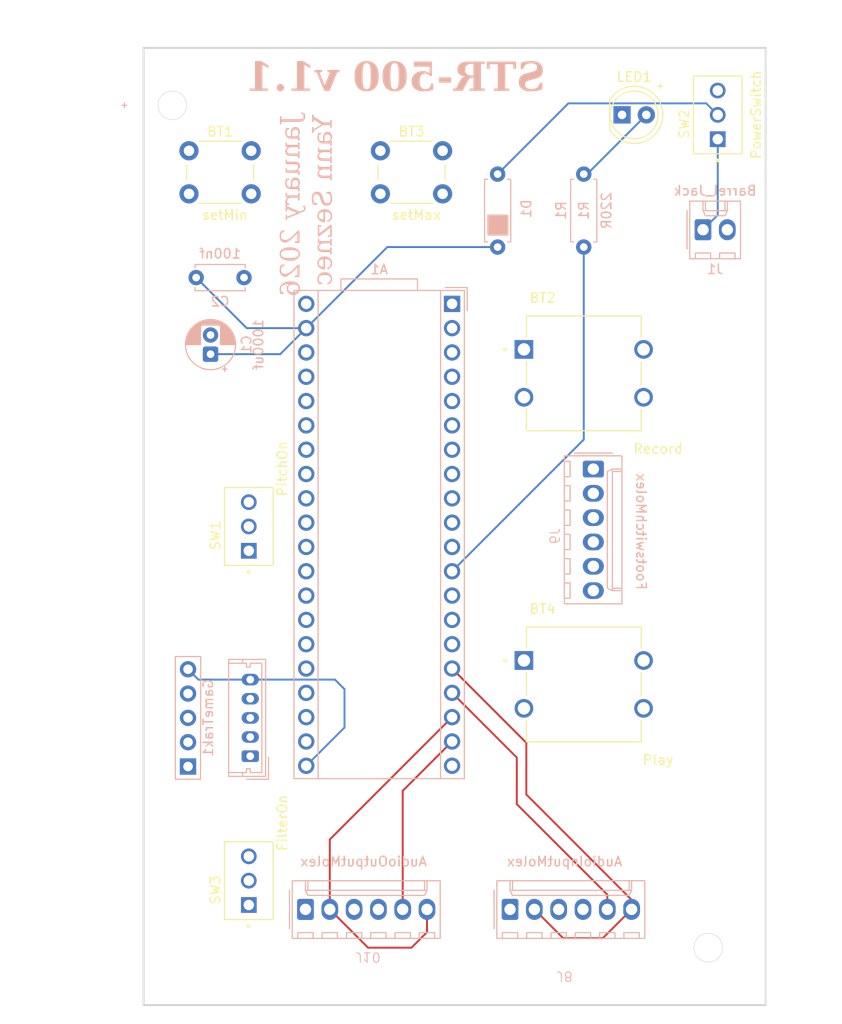
<source format=kicad_pcb>
(kicad_pcb (version 20241229) (generator "pcbnew") (generator_version "9.0")
  (layers (0 "F.Cu" signal) (4 "In1.Cu" signal) (6 "In2.Cu" signal) (2 "B.Cu" signal) (13 "F.Paste" user) (15 "B.Paste" user) (5 "F.SilkS" user "F.Silkscreen") (7 "B.SilkS" user "B.Silkscreen") (1 "F.Mask" user) (3 "B.Mask" user) (25 "Edge.Cuts" user))
  (net 0 "")
  (net 3 "/outR")
  (net 7 "/Sw2")
  (net 9 "/Pot2")
  (net 12 "GND")
  (net 13 "/Pot1")
  (net 16 "/outL")
  (net 18 "+5V")
  (net 20 "/LED")
  (net 22 "/BT3")
  (net 23 "+3.3V")
  (net 26 "/BT1")
  (net 28 "/Pot0")
  (net 30 "/inL")
  (net 31 "/Sw1")
  (net 32 "/inR")
  (net 34 "Net-(LED1-A)")
  (net 36 "/BT4")
  (net 37 "/BT2")
  (net 41 "Net-(BT4-B)")
  (net 42 "Net-(BT2-B)")
  (net 43 "Net-(SW2-A)")
  (net 44 "Net-(D1-A)")
  (footprint "yann_parts:SW_TS13-1212-73-BK-160-D" (layer "F.Cu") (at 148 104.5)
    (property "Reference" "BT4" (at -4.3 -7.885 0) (layer "F.SilkS"))
    (property "Value" "Play" (at 7.765 7.885 0) (layer "F.SilkS"))
    (fp_line (start -6 -6) (end 6 -6) (stroke (width 0.127)) (layer "F.SilkS"))
    (fp_line (start -6 -3.795) (end -6 -6) (stroke (width 0.127)) (layer "F.SilkS"))
    (fp_line (start -6 -1.205) (end -6 1.205) (stroke (width 0.127)) (layer "F.SilkS"))
    (fp_line (start -6 6) (end -6 3.795) (stroke (width 0.127)) (layer "F.SilkS"))
    (fp_line (start 6 -6) (end 6 -3.795) (stroke (width 0.127)) (layer "F.SilkS"))
    (fp_line (start 6 -1.205) (end 6 1.205) (stroke (width 0.127)) (layer "F.SilkS"))
    (fp_line (start 6 6) (end -6 6) (stroke (width 0.127)) (layer "F.SilkS"))
    (fp_line (start 6 6) (end 6 3.795) (stroke (width 0.127)) (layer "F.SilkS"))
    (fp_circle (center -8.225 -2.5) (end -8.125 -2.5) (stroke (width 0.2)) (fill no) (layer "F.SilkS"))
    (pad "1" thru_hole rect (at -6.25 -2.5) (size 1.95 1.95) (drill 1.3) (layers "*.Cu" "*.Mask") (net 12 "GND"))
    (pad "1" thru_hole circle (at 6.25 -2.5) (size 1.95 1.95) (drill 1.3) (layers "*.Cu" "*.Mask") (net 12 "GND"))
    (pad "2" thru_hole circle (at -6.25 2.5) (size 1.95 1.95) (drill 1.3) (layers "*.Cu" "*.Mask") (net 41 "Net-(BT4-B)"))
    (pad "2" thru_hole circle (at 6.25 2.5) (size 1.95 1.95) (drill 1.3) (layers "*.Cu" "*.Mask") (net 41 "Net-(BT4-B)"))
  )
  (footprint "Button_Switch_THT:SW_PUSH_6mm" (layer "F.Cu") (at 106.75 48.75)
    (property "Reference" "BT1" (at 3.25 -2 0) (layer "F.SilkS"))
    (property "Value" "setMin" (at 3.75 6.7 0) (layer "F.SilkS"))
    (fp_line (start -0.25 1.5) (end -0.25 3) (stroke (width 0.12)) (layer "F.SilkS"))
    (fp_line (start 1 5.5) (end 5.5 5.5) (stroke (width 0.12)) (layer "F.SilkS"))
    (fp_line (start 5.5 -1) (end 1 -1) (stroke (width 0.12)) (layer "F.SilkS"))
    (fp_line (start 6.75 3) (end 6.75 1.5) (stroke (width 0.12)) (layer "F.SilkS"))
    (pad "1" thru_hole circle (at 0 0 90) (size 2 2) (drill 1.1) (layers "*.Cu" "*.Mask") (net 12 "GND"))
    (pad "1" thru_hole circle (at 6.5 0 90) (size 2 2) (drill 1.1) (layers "*.Cu" "*.Mask") (net 12 "GND"))
    (pad "2" thru_hole circle (at 0 4.5 90) (size 2 2) (drill 1.1) (layers "*.Cu" "*.Mask") (net 26 "/BT1"))
    (pad "2" thru_hole circle (at 6.5 4.5 90) (size 2 2) (drill 1.1) (layers "*.Cu" "*.Mask") (net 26 "/BT1"))
  )
  (footprint "yann_parts:SW_TS13-1212-73-BK-160-D" (layer "F.Cu") (at 148 72)
    (property "Reference" "BT2" (at -4.3 -7.885 0) (layer "F.SilkS"))
    (property "Value" "Record" (at 7.765 7.885 0) (layer "F.SilkS"))
    (fp_line (start -6 -6) (end 6 -6) (stroke (width 0.127)) (layer "F.SilkS"))
    (fp_line (start -6 -3.795) (end -6 -6) (stroke (width 0.127)) (layer "F.SilkS"))
    (fp_line (start -6 -1.205) (end -6 1.205) (stroke (width 0.127)) (layer "F.SilkS"))
    (fp_line (start -6 6) (end -6 3.795) (stroke (width 0.127)) (layer "F.SilkS"))
    (fp_line (start 6 -6) (end 6 -3.795) (stroke (width 0.127)) (layer "F.SilkS"))
    (fp_line (start 6 -1.205) (end 6 1.205) (stroke (width 0.127)) (layer "F.SilkS"))
    (fp_line (start 6 6) (end -6 6) (stroke (width 0.127)) (layer "F.SilkS"))
    (fp_line (start 6 6) (end 6 3.795) (stroke (width 0.127)) (layer "F.SilkS"))
    (fp_circle (center -8.225 -2.5) (end -8.125 -2.5) (stroke (width 0.2)) (fill no) (layer "F.SilkS"))
    (pad "1" thru_hole rect (at -6.25 -2.5) (size 1.95 1.95) (drill 1.3) (layers "*.Cu" "*.Mask") (net 12 "GND"))
    (pad "1" thru_hole circle (at 6.25 -2.5) (size 1.95 1.95) (drill 1.3) (layers "*.Cu" "*.Mask") (net 12 "GND"))
    (pad "2" thru_hole circle (at -6.25 2.5) (size 1.95 1.95) (drill 1.3) (layers "*.Cu" "*.Mask") (net 42 "Net-(BT2-B)"))
    (pad "2" thru_hole circle (at 6.25 2.5) (size 1.95 1.95) (drill 1.3) (layers "*.Cu" "*.Mask") (net 42 "Net-(BT2-B)"))
  )
  (footprint "yann_parts:submini_toggle" (layer "F.Cu") (at 162 45 90)
    (property "Reference" "SW2" (at -0.9525 -3.4925 90) (layer "F.SilkS"))
    (property "Value" "PowerSwitch" (at 0 4 90) (layer "F.SilkS"))
    (fp_line (start 4.065 -2.54) (end -4.065 -2.54) (stroke (width 0.127)) (layer "F.SilkS"))
    (fp_line (start -4.065 -2.54) (end -4.065 2.54) (stroke (width 0.127)) (layer "F.SilkS"))
    (fp_line (start 4.065 2.54) (end 4.065 -2.54) (stroke (width 0.127)) (layer "F.SilkS"))
    (fp_line (start -4.065 2.54) (end 4.065 2.54) (stroke (width 0.127)) (layer "F.SilkS"))
    (fp_circle (center -4.75 0) (end -4.65 0) (stroke (width 0.2)) (fill no) (layer "F.SilkS"))
    (pad "1" thru_hole rect (at -2.54 0 90) (size 1.635 1.635) (drill 1.09) (layers "*.Cu" "*.Mask") (net 43 "Net-(SW2-A)"))
    (pad "2" thru_hole circle (at 0 0 90) (size 1.635 1.635) (drill 1.09) (layers "*.Cu" "*.Mask") (net 44 "Net-(D1-A)"))
    (pad "3" thru_hole circle (at 2.54 0 90) (size 1.635 1.635) (drill 1.09) (layers "*.Cu" "*.Mask"))
  )
  (footprint "yann_parts:submini_toggle" (layer "F.Cu") (at 113 125 90)
    (property "Reference" "SW3" (at -0.9525 -3.4925 90) (layer "F.SilkS"))
    (property "Value" "FilterOn" (at 6.0325 3.4925 90) (layer "F.SilkS"))
    (fp_line (start 4.065 -2.54) (end -4.065 -2.54) (stroke (width 0.127)) (layer "F.SilkS"))
    (fp_line (start -4.065 -2.54) (end -4.065 2.54) (stroke (width 0.127)) (layer "F.SilkS"))
    (fp_line (start 4.065 2.54) (end 4.065 -2.54) (stroke (width 0.127)) (layer "F.SilkS"))
    (fp_line (start -4.065 2.54) (end 4.065 2.54) (stroke (width 0.127)) (layer "F.SilkS"))
    (fp_circle (center -4.75 0) (end -4.65 0) (stroke (width 0.2)) (fill no) (layer "F.SilkS"))
    (pad "1" thru_hole rect (at -2.54 0 90) (size 1.635 1.635) (drill 1.09) (layers "*.Cu" "*.Mask") (net 12 "GND"))
    (pad "2" thru_hole circle (at 0 0 90) (size 1.635 1.635) (drill 1.09) (layers "*.Cu" "*.Mask") (net 7 "/Sw2"))
    (pad "3" thru_hole circle (at 2.54 0 90) (size 1.635 1.635) (drill 1.09) (layers "*.Cu" "*.Mask"))
  )
  (footprint "yann_parts:submini_toggle" (layer "F.Cu") (at 113 88 90)
    (property "Reference" "SW1" (at -0.9525 -3.4925 90) (layer "F.SilkS"))
    (property "Value" "PitchOn" (at 6.0325 3.4925 90) (layer "F.SilkS"))
    (fp_line (start 4.065 -2.54) (end -4.065 -2.54) (stroke (width 0.127)) (layer "F.SilkS"))
    (fp_line (start -4.065 -2.54) (end -4.065 2.54) (stroke (width 0.127)) (layer "F.SilkS"))
    (fp_line (start 4.065 2.54) (end 4.065 -2.54) (stroke (width 0.127)) (layer "F.SilkS"))
    (fp_line (start -4.065 2.54) (end 4.065 2.54) (stroke (width 0.127)) (layer "F.SilkS"))
    (fp_circle (center -4.75 0) (end -4.65 0) (stroke (width 0.2)) (fill no) (layer "F.SilkS"))
    (pad "1" thru_hole rect (at -2.54 0 90) (size 1.635 1.635) (drill 1.09) (layers "*.Cu" "*.Mask") (net 12 "GND"))
    (pad "2" thru_hole circle (at 0 0 90) (size 1.635 1.635) (drill 1.09) (layers "*.Cu" "*.Mask") (net 31 "/Sw1"))
    (pad "3" thru_hole circle (at 2.54 0 90) (size 1.635 1.635) (drill 1.09) (layers "*.Cu" "*.Mask"))
  )
  (footprint "Button_Switch_THT:SW_PUSH_6mm" (layer "F.Cu") (at 126.75 48.75)
    (property "Reference" "BT3" (at 3.25 -2 0) (layer "F.SilkS"))
    (property "Value" "setMax" (at 3.75 6.7 0) (layer "F.SilkS"))
    (fp_line (start -0.25 1.5) (end -0.25 3) (stroke (width 0.12)) (layer "F.SilkS"))
    (fp_line (start 1 5.5) (end 5.5 5.5) (stroke (width 0.12)) (layer "F.SilkS"))
    (fp_line (start 5.5 -1) (end 1 -1) (stroke (width 0.12)) (layer "F.SilkS"))
    (fp_line (start 6.75 3) (end 6.75 1.5) (stroke (width 0.12)) (layer "F.SilkS"))
    (pad "1" thru_hole circle (at 0 0 90) (size 2 2) (drill 1.1) (layers "*.Cu" "*.Mask") (net 12 "GND"))
    (pad "1" thru_hole circle (at 6.5 0 90) (size 2 2) (drill 1.1) (layers "*.Cu" "*.Mask") (net 12 "GND"))
    (pad "2" thru_hole circle (at 0 4.5 90) (size 2 2) (drill 1.1) (layers "*.Cu" "*.Mask") (net 37 "/BT2"))
    (pad "2" thru_hole circle (at 6.5 4.5 90) (size 2 2) (drill 1.1) (layers "*.Cu" "*.Mask") (net 37 "/BT2"))
  )
  (footprint "clipboard:a36357a7-3174-4c2f-92e9-52669287040d" (layer "F.Cu") (at 156 42)
    (property "Reference" "" (at 0 0 0) (layer "F.SilkS") (effects (font (size 1.27 1.27))))
    (property "Value" "")
    (fp_line (start -0.25 0) (end 0.25 0) (stroke (width 0.12)) (layer "F.SilkS"))
    (fp_line (start 0 -0.25) (end 0 0.25) (stroke (width 0.12)) (layer "F.SilkS"))
  )
  (footprint "LED_THT:LED_D5.0mm" (layer "F.Cu") (at 152 45)
    (property "Reference" "LED1" (at 1.27 -3.96 0) (layer "F.SilkS"))
    (property "Value" "LED")
    (fp_line (start -1.29 -1.545) (end -1.29 1.545) (stroke (width 0.12)) (layer "F.SilkS"))
    (fp_arc (start -1.29 -1.54483) (mid 2.071779 -2.880495) (end 4.26 0) (stroke (width 0.12)) (layer "F.SilkS"))
    (fp_arc (start 4.26 0) (mid 2.071779 2.880495) (end -1.29 1.54483) (stroke (width 0.12)) (layer "F.SilkS"))
    (fp_circle (center 1.27 0) (end 3.77 0) (stroke (width 0.12)) (fill no) (layer "F.SilkS"))
    (pad "1" thru_hole rect (at 0 0) (size 1.8 1.8) (drill 0.9) (layers "*.Cu" "*.Mask") (net 12 "GND"))
    (pad "2" thru_hole circle (at 2.54 0) (size 1.8 1.8) (drill 0.9) (layers "*.Cu" "*.Mask") (net 34 "Net-(LED1-A)"))
  )
  (footprint "clipboard:a36357a7-3174-4c2f-92e9-52669287040d" (layer "B.Cu") (at 100 44)
    (property "Reference" "" (at 0 0 180) (layer "B.SilkS") (effects (font (size 1.27 1.27)) (justify mirror)))
    (property "Value" "")
    (fp_line (start -0.25 0) (end 0.25 0) (stroke (width 0.12)) (layer "B.SilkS"))
    (fp_line (start 0 0.25) (end 0 -0.25) (stroke (width 0.12)) (layer "B.SilkS"))
  )
  (footprint "Capacitor_THT:C_Disc_D5.0mm_W2.5mm_P5.00mm" (layer "B.Cu") (at 107.5 62)
    (property "Reference" "C2" (at 2.5 2.5 180) (layer "B.SilkS") (effects (justify mirror)))
    (property "Value" "100nf" (at 2.5 -2.5 180) (layer "B.SilkS") (effects (justify mirror)))
    (fp_line (start -0.12 -1.37) (end -0.12 -1.033) (stroke (width 0.12)) (layer "B.SilkS"))
    (fp_line (start -0.12 1.033) (end -0.12 1.37) (stroke (width 0.12)) (layer "B.SilkS"))
    (fp_line (start -0.12 1.37) (end 5.12 1.37) (stroke (width 0.12)) (layer "B.SilkS"))
    (fp_line (start 5.12 -1.37) (end -0.12 -1.37) (stroke (width 0.12)) (layer "B.SilkS"))
    (fp_line (start 5.12 -1.033) (end 5.12 -1.37) (stroke (width 0.12)) (layer "B.SilkS"))
    (fp_line (start 5.12 1.37) (end 5.12 1.033) (stroke (width 0.12)) (layer "B.SilkS"))
    (pad "1" thru_hole circle (at 0 0) (size 1.6 1.6) (drill 0.8) (layers "*.Cu" "*.Mask") (net 18 "+5V"))
    (pad "2" thru_hole circle (at 5 0) (size 1.6 1.6) (drill 0.8) (layers "*.Cu" "*.Mask") (net 12 "GND"))
  )
  (footprint "yann_parts:Molex_sixpin_twoJacks" (layer "B.Cu") (at 126.89 137.12)
    (property "Reference" "J10" (at -1.43 -4.12 180) (layer "B.SilkS") (effects (font (thickness 0.1)) (justify mirror)))
    (property "Value" "AudioOutputMolex" (at -1.89 -14.12 0) (layer "B.SilkS") (effects (justify mirror)))
    (fp_line (start -9.64 -7.12) (end -9.64 -11.12) (stroke (width 0.12)) (layer "B.SilkS"))
    (fp_line (start -9.35 -12.11) (end 6.11 -12.11) (stroke (width 0.12)) (layer "B.SilkS"))
    (fp_line (start -9.35 -6.09) (end -9.35 -12.11) (stroke (width 0.12)) (layer "B.SilkS"))
    (fp_line (start -8.77 -6.69) (end -7.17 -6.69) (stroke (width 0.12)) (layer "B.SilkS"))
    (fp_line (start -8.77 -6.09) (end -8.77 -6.69) (stroke (width 0.12)) (layer "B.SilkS"))
    (fp_line (start -7.97 -12.11) (end -7.97 -11.11) (stroke (width 0.12)) (layer "B.SilkS"))
    (fp_line (start -7.97 -11.11) (end -7.72 -10.58) (stroke (width 0.12)) (layer "B.SilkS"))
    (fp_line (start -7.97 -11.11) (end 4.73 -11.11) (stroke (width 0.12)) (layer "B.SilkS"))
    (fp_line (start -7.72 -12.11) (end -7.72 -11.11) (stroke (width 0.12)) (layer "B.SilkS"))
    (fp_line (start -7.72 -10.58) (end 4.48 -10.58) (stroke (width 0.12)) (layer "B.SilkS"))
    (fp_line (start -7.17 -6.69) (end -7.17 -6.09) (stroke (width 0.12)) (layer "B.SilkS"))
    (fp_line (start -6.23 -6.69) (end -4.63 -6.69) (stroke (width 0.12)) (layer "B.SilkS"))
    (fp_line (start -6.23 -6.09) (end -6.23 -6.69) (stroke (width 0.12)) (layer "B.SilkS"))
    (fp_line (start -4.63 -6.69) (end -4.63 -6.09) (stroke (width 0.12)) (layer "B.SilkS"))
    (fp_line (start -3.69 -6.69) (end -2.09 -6.69) (stroke (width 0.12)) (layer "B.SilkS"))
    (fp_line (start -3.69 -6.09) (end -3.69 -6.69) (stroke (width 0.12)) (layer "B.SilkS"))
    (fp_line (start -2.09 -6.69) (end -2.09 -6.09) (stroke (width 0.12)) (layer "B.SilkS"))
    (fp_line (start -1.15 -6.69) (end 0.45 -6.69) (stroke (width 0.12)) (layer "B.SilkS"))
    (fp_line (start -1.15 -6.09) (end -1.15 -6.69) (stroke (width 0.12)) (layer "B.SilkS"))
    (fp_line (start 0.45 -6.69) (end 0.45 -6.09) (stroke (width 0.12)) (layer "B.SilkS"))
    (fp_line (start 1.39 -6.69) (end 2.99 -6.69) (stroke (width 0.12)) (layer "B.SilkS"))
    (fp_line (start 1.39 -6.09) (end 1.39 -6.69) (stroke (width 0.12)) (layer "B.SilkS"))
    (fp_line (start 2.99 -6.69) (end 2.99 -6.09) (stroke (width 0.12)) (layer "B.SilkS"))
    (fp_line (start 3.93 -6.69) (end 5.53 -6.69) (stroke (width 0.12)) (layer "B.SilkS"))
    (fp_line (start 3.93 -6.09) (end 3.93 -6.69) (stroke (width 0.12)) (layer "B.SilkS"))
    (fp_line (start 4.48 -12.11) (end 4.48 -11.11) (stroke (width 0.12)) (layer "B.SilkS"))
    (fp_line (start 4.48 -10.58) (end 4.73 -11.11) (stroke (width 0.12)) (layer "B.SilkS"))
    (fp_line (start 4.73 -11.11) (end 4.73 -12.11) (stroke (width 0.12)) (layer "B.SilkS"))
    (fp_line (start 5.53 -6.69) (end 5.53 -6.09) (stroke (width 0.12)) (layer "B.SilkS"))
    (fp_line (start 6.11 -12.11) (end 6.11 -6.09) (stroke (width 0.12)) (layer "B.SilkS"))
    (fp_line (start 6.11 -6.09) (end -9.35 -6.09) (stroke (width 0.12)) (layer "B.SilkS"))
    (pad "S1" thru_hole roundrect (at -7.97 -9.12) (size 1.74 2.19) (drill 1.19) (layers "*.Cu" "*.Mask") (roundrect_rratio 0.143678) (net 12 "GND"))
    (pad "S2" thru_hole oval (at -0.35 -9.12) (size 1.74 2.19) (drill 1.19) (layers "*.Cu" "*.Mask") (net 12 "GND"))
    (pad "T1" thru_hole oval (at -5.43 -9.12) (size 1.74 2.19) (drill 1.19) (layers "*.Cu" "*.Mask") (net 16 "/outL"))
    (pad "T2" thru_hole oval (at 2.19 -9.12) (size 1.74 2.19) (drill 1.19) (layers "*.Cu" "*.Mask") (net 3 "/outR"))
    (pad "TN1" thru_hole oval (at -2.89 -9.12) (size 1.74 2.19) (drill 1.19) (layers "*.Cu" "*.Mask"))
    (pad "TN2" thru_hole oval (at 4.73 -9.12) (size 1.74 2.19) (drill 1.19) (layers "*.Cu" "*.Mask") (net 16 "/outL"))
  )
  (footprint "Resistor_THT:R_Axial_DIN0207_L6.3mm_D2.5mm_P7.62mm_Horizontal" (layer "B.Cu") (at 148 51.19 -90)
    (property "Reference" "R1" (at 3.81 2.37 90) (layer "B.SilkS") (effects (justify mirror)))
    (property "Value" "220R" (at 3.81 -2.37 90) (layer "B.SilkS") (effects (justify mirror)))
    (fp_line (start 0.54 1.37) (end 7.08 1.37) (stroke (width 0.12)) (layer "B.SilkS"))
    (fp_line (start 7.08 1.37) (end 7.08 1.04) (stroke (width 0.12)) (layer "B.SilkS"))
    (fp_line (start 0.54 1.04) (end 0.54 1.37) (stroke (width 0.12)) (layer "B.SilkS"))
    (fp_line (start 0.54 -1.04) (end 0.54 -1.37) (stroke (width 0.12)) (layer "B.SilkS"))
    (fp_line (start 0.54 -1.37) (end 7.08 -1.37) (stroke (width 0.12)) (layer "B.SilkS"))
    (fp_line (start 7.08 -1.37) (end 7.08 -1.04) (stroke (width 0.12)) (layer "B.SilkS"))
    (fp_text user "${REFERENCE}" (at 3.81 0 90) (layer "B.SilkS") (effects (justify mirror)))
    (pad "1" thru_hole circle (at 0 0 270) (size 1.6 1.6) (drill 0.8) (layers "*.Cu" "*.Mask") (net 34 "Net-(LED1-A)"))
    (pad "2" thru_hole circle (at 7.62 0 270) (size 1.6 1.6) (drill 0.8) (layers "*.Cu" "*.Mask") (net 20 "/LED"))
  )
  (footprint "Module:Electrosmith_Daisy_Seed" (layer "B.Cu") (at 134.24 64.74 180)
    (property "Reference" "A1" (at 7.62 3.6 0) (layer "B.SilkS") (effects (justify mirror)))
    (property "Value" "Electrosmith_Daisy_Seed_Rev4")
    (fp_line (start 16.52 1.4) (end 16.52 -49.6) (stroke (width 0.12)) (layer "B.SilkS"))
    (fp_line (start 16.52 -49.6) (end -1.28 -49.6) (stroke (width 0.12)) (layer "B.SilkS"))
    (fp_line (start 14 1.4) (end 14 -49.6) (stroke (width 0.12)) (layer "B.SilkS"))
    (fp_line (start 11.62 2.6) (end 11.62 1.4) (stroke (width 0.12)) (layer "B.SilkS"))
    (fp_line (start 3.62 2.6) (end 11.62 2.6) (stroke (width 0.12)) (layer "B.SilkS"))
    (fp_line (start 3.62 1.4) (end 3.62 2.6) (stroke (width 0.12)) (layer "B.SilkS"))
    (fp_line (start 1.2 1.4) (end 1.2 -49.6) (stroke (width 0.12)) (layer "B.SilkS"))
    (fp_line (start 0.72 1.7) (end -1.58 1.7) (stroke (width 0.12)) (layer "B.SilkS"))
    (fp_line (start -1.28 1.4) (end 16.52 1.4) (stroke (width 0.12)) (layer "B.SilkS"))
    (fp_line (start -1.28 -49.6) (end -1.28 1.4) (stroke (width 0.12)) (layer "B.SilkS"))
    (fp_line (start -1.58 1.7) (end -1.58 -0.7) (stroke (width 0.12)) (layer "B.SilkS"))
    (pad "1" thru_hole rect (at 0 0 180) (size 1.7 1.7) (drill 1.1) (layers "*.Cu" "*.Mask"))
    (pad "2" thru_hole circle (at 0 -2.54 180) (size 1.7 1.7) (drill 1.1) (layers "*.Cu" "*.Mask") (net 31 "/Sw1"))
    (pad "3" thru_hole circle (at 0 -5.08 180) (size 1.7 1.7) (drill 1.1) (layers "*.Cu" "*.Mask") (net 7 "/Sw2"))
    (pad "4" thru_hole circle (at 0 -7.62 180) (size 1.7 1.7) (drill 1.1) (layers "*.Cu" "*.Mask") (net 26 "/BT1"))
    (pad "5" thru_hole circle (at 0 -10.16 180) (size 1.7 1.7) (drill 1.1) (layers "*.Cu" "*.Mask") (net 37 "/BT2"))
    (pad "6" thru_hole circle (at 0 -12.7 180) (size 1.7 1.7) (drill 1.1) (layers "*.Cu" "*.Mask") (net 22 "/BT3"))
    (pad "7" thru_hole circle (at 0 -15.24 180) (size 1.7 1.7) (drill 1.1) (layers "*.Cu" "*.Mask") (net 36 "/BT4"))
    (pad "8" thru_hole circle (at 0 -17.78 180) (size 1.7 1.7) (drill 1.1) (layers "*.Cu" "*.Mask"))
    (pad "9" thru_hole circle (at 0 -20.32 180) (size 1.7 1.7) (drill 1.1) (layers "*.Cu" "*.Mask"))
    (pad "10" thru_hole circle (at 0 -22.86 180) (size 1.7 1.7) (drill 1.1) (layers "*.Cu" "*.Mask"))
    (pad "11" thru_hole circle (at 0 -25.4 180) (size 1.7 1.7) (drill 1.1) (layers "*.Cu" "*.Mask"))
    (pad "12" thru_hole circle (at 0 -27.94 180) (size 1.7 1.7) (drill 1.1) (layers "*.Cu" "*.Mask") (net 20 "/LED"))
    (pad "13" thru_hole circle (at 0 -30.48 180) (size 1.7 1.7) (drill 1.1) (layers "*.Cu" "*.Mask"))
    (pad "14" thru_hole circle (at 0 -33.02 180) (size 1.7 1.7) (drill 1.1) (layers "*.Cu" "*.Mask"))
    (pad "15" thru_hole circle (at 0 -35.56 180) (size 1.7 1.7) (drill 1.1) (layers "*.Cu" "*.Mask"))
    (pad "16" thru_hole circle (at 0 -38.1 180) (size 1.7 1.7) (drill 1.1) (layers "*.Cu" "*.Mask") (net 30 "/inL"))
    (pad "17" thru_hole circle (at 0 -40.64 180) (size 1.7 1.7) (drill 1.1) (layers "*.Cu" "*.Mask") (net 32 "/inR"))
    (pad "18" thru_hole circle (at 0 -43.18 180) (size 1.7 1.7) (drill 1.1) (layers "*.Cu" "*.Mask") (net 16 "/outL"))
    (pad "19" thru_hole circle (at 0 -45.72 180) (size 1.7 1.7) (drill 1.1) (layers "*.Cu" "*.Mask") (net 3 "/outR"))
    (pad "20" thru_hole circle (at 0 -48.26 180) (size 1.7 1.7) (drill 1.1) (layers "*.Cu" "*.Mask") (net 12 "GND"))
    (pad "21" thru_hole circle (at 15.24 -48.26 180) (size 1.7 1.7) (drill 1.1) (layers "*.Cu" "*.Mask") (net 23 "+3.3V"))
    (pad "22" thru_hole circle (at 15.24 -45.72 180) (size 1.7 1.7) (drill 1.1) (layers "*.Cu" "*.Mask") (net 28 "/Pot0"))
    (pad "23" thru_hole circle (at 15.24 -43.18 180) (size 1.7 1.7) (drill 1.1) (layers "*.Cu" "*.Mask") (net 13 "/Pot1"))
    (pad "24" thru_hole circle (at 15.24 -40.64 180) (size 1.7 1.7) (drill 1.1) (layers "*.Cu" "*.Mask") (net 9 "/Pot2"))
    (pad "25" thru_hole circle (at 15.24 -38.1 180) (size 1.7 1.7) (drill 1.1) (layers "*.Cu" "*.Mask"))
    (pad "26" thru_hole circle (at 15.24 -35.56 180) (size 1.7 1.7) (drill 1.1) (layers "*.Cu" "*.Mask"))
    (pad "27" thru_hole circle (at 15.24 -33.02 180) (size 1.7 1.7) (drill 1.1) (layers "*.Cu" "*.Mask"))
    (pad "28" thru_hole circle (at 15.24 -30.48 180) (size 1.7 1.7) (drill 1.1) (layers "*.Cu" "*.Mask"))
    (pad "29" thru_hole circle (at 15.24 -27.94 180) (size 1.7 1.7) (drill 1.1) (layers "*.Cu" "*.Mask"))
    (pad "30" thru_hole circle (at 15.24 -25.4 180) (size 1.7 1.7) (drill 1.1) (layers "*.Cu" "*.Mask"))
    (pad "31" thru_hole circle (at 15.24 -22.86 180) (size 1.7 1.7) (drill 1.1) (layers "*.Cu" "*.Mask"))
    (pad "32" thru_hole circle (at 15.24 -20.32 180) (size 1.7 1.7) (drill 1.1) (layers "*.Cu" "*.Mask"))
    (pad "33" thru_hole circle (at 15.24 -17.78 180) (size 1.7 1.7) (drill 1.1) (layers "*.Cu" "*.Mask"))
    (pad "34" thru_hole circle (at 15.24 -15.24 180) (size 1.7 1.7) (drill 1.1) (layers "*.Cu" "*.Mask"))
    (pad "35" thru_hole circle (at 15.24 -12.7 180) (size 1.7 1.7) (drill 1.1) (layers "*.Cu" "*.Mask"))
    (pad "36" thru_hole circle (at 15.24 -10.16 180) (size 1.7 1.7) (drill 1.1) (layers "*.Cu" "*.Mask"))
    (pad "37" thru_hole circle (at 15.24 -7.62 180) (size 1.7 1.7) (drill 1.1) (layers "*.Cu" "*.Mask"))
    (pad "38" thru_hole circle (at 15.24 -5.08 180) (size 1.7 1.7) (drill 1.1) (layers "*.Cu" "*.Mask"))
    (pad "39" thru_hole circle (at 15.24 -2.54 180) (size 1.7 1.7) (drill 1.1) (layers "*.Cu" "*.Mask") (net 18 "+5V"))
    (pad "40" thru_hole circle (at 15.24 0 180) (size 1.7 1.7) (drill 1.1) (layers "*.Cu" "*.Mask") (net 12 "GND"))
  )
  (footprint "Capacitor_THT:CP_Radial_D5.0mm_P2.00mm" (layer "B.Cu") (at 109 70 90)
    (property "Reference" "C1" (at 1 3.75 90) (layer "B.SilkS") (effects (justify mirror)))
    (property "Value" "1000uf" (at 1 5 90) (layer "B.SilkS") (effects (justify mirror)))
    (fp_line (start 3 -1.04) (end 3 -1.652) (stroke (width 0.12)) (layer "B.SilkS"))
    (fp_line (start 2.96 -1.04) (end 2.96 -1.699) (stroke (width 0.12)) (layer "B.SilkS"))
    (fp_line (start 2.92 -1.04) (end 2.92 -1.743) (stroke (width 0.12)) (layer "B.SilkS"))
    (fp_line (start 2.88 -1.04) (end 2.88 -1.785) (stroke (width 0.12)) (layer "B.SilkS"))
    (fp_line (start 2.84 -1.04) (end 2.84 -1.825) (stroke (width 0.12)) (layer "B.SilkS"))
    (fp_line (start 2.8 -1.04) (end 2.8 -1.864) (stroke (width 0.12)) (layer "B.SilkS"))
    (fp_line (start 2.76 -1.04) (end 2.76 -1.901) (stroke (width 0.12)) (layer "B.SilkS"))
    (fp_line (start 2.72 -1.04) (end 2.72 -1.936) (stroke (width 0.12)) (layer "B.SilkS"))
    (fp_line (start 2.68 -1.04) (end 2.68 -1.97) (stroke (width 0.12)) (layer "B.SilkS"))
    (fp_line (start 2.64 -1.04) (end 2.64 -2.003) (stroke (width 0.12)) (layer "B.SilkS"))
    (fp_line (start 2.6 -1.04) (end 2.6 -2.035) (stroke (width 0.12)) (layer "B.SilkS"))
    (fp_line (start 2.56 -1.04) (end 2.56 -2.065) (stroke (width 0.12)) (layer "B.SilkS"))
    (fp_line (start 2.52 -1.04) (end 2.52 -2.094) (stroke (width 0.12)) (layer "B.SilkS"))
    (fp_line (start 2.48 -1.04) (end 2.48 -2.122) (stroke (width 0.12)) (layer "B.SilkS"))
    (fp_line (start 2.44 -1.04) (end 2.44 -2.149) (stroke (width 0.12)) (layer "B.SilkS"))
    (fp_line (start 2.4 -1.04) (end 2.4 -2.175) (stroke (width 0.12)) (layer "B.SilkS"))
    (fp_line (start 2.36 -1.04) (end 2.36 -2.199) (stroke (width 0.12)) (layer "B.SilkS"))
    (fp_line (start 2.32 -1.04) (end 2.32 -2.223) (stroke (width 0.12)) (layer "B.SilkS"))
    (fp_line (start 2.28 -1.04) (end 2.28 -2.246) (stroke (width 0.12)) (layer "B.SilkS"))
    (fp_line (start 2.24 -1.04) (end 2.24 -2.268) (stroke (width 0.12)) (layer "B.SilkS"))
    (fp_line (start 2.2 -1.04) (end 2.2 -2.289) (stroke (width 0.12)) (layer "B.SilkS"))
    (fp_line (start 2.16 -1.04) (end 2.16 -2.309) (stroke (width 0.12)) (layer "B.SilkS"))
    (fp_line (start 2.12 -1.04) (end 2.12 -2.329) (stroke (width 0.12)) (layer "B.SilkS"))
    (fp_line (start 2.08 -1.04) (end 2.08 -2.347) (stroke (width 0.12)) (layer "B.SilkS"))
    (fp_line (start 2.04 -1.04) (end 2.04 -2.365) (stroke (width 0.12)) (layer "B.SilkS"))
    (fp_line (start 2 -1.04) (end 2 -2.382) (stroke (width 0.12)) (layer "B.SilkS"))
    (fp_line (start 1.96 -1.04) (end 1.96 -2.398) (stroke (width 0.12)) (layer "B.SilkS"))
    (fp_line (start 1.92 -1.04) (end 1.92 -2.413) (stroke (width 0.12)) (layer "B.SilkS"))
    (fp_line (start 1.88 -1.04) (end 1.88 -2.428) (stroke (width 0.12)) (layer "B.SilkS"))
    (fp_line (start 1.84 -1.04) (end 1.84 -2.442) (stroke (width 0.12)) (layer "B.SilkS"))
    (fp_line (start 1.8 -1.04) (end 1.8 -2.455) (stroke (width 0.12)) (layer "B.SilkS"))
    (fp_line (start 1.76 -1.04) (end 1.76 -2.467) (stroke (width 0.12)) (layer "B.SilkS"))
    (fp_line (start 1.72 -1.04) (end 1.72 -2.479) (stroke (width 0.12)) (layer "B.SilkS"))
    (fp_line (start 1.68 -1.04) (end 1.68 -2.49) (stroke (width 0.12)) (layer "B.SilkS"))
    (fp_line (start 1.64 -1.04) (end 1.64 -2.501) (stroke (width 0.12)) (layer "B.SilkS"))
    (fp_line (start 1.6 -1.04) (end 1.6 -2.51) (stroke (width 0.12)) (layer "B.SilkS"))
    (fp_line (start 1.56 -1.04) (end 1.56 -2.519) (stroke (width 0.12)) (layer "B.SilkS"))
    (fp_line (start 1.52 -1.04) (end 1.52 -2.528) (stroke (width 0.12)) (layer "B.SilkS"))
    (fp_line (start 1.48 -1.04) (end 1.48 -2.536) (stroke (width 0.12)) (layer "B.SilkS"))
    (fp_line (start 1.44 -1.04) (end 1.44 -2.543) (stroke (width 0.12)) (layer "B.SilkS"))
    (fp_line (start 1.4 -1.04) (end 1.4 -2.549) (stroke (width 0.12)) (layer "B.SilkS"))
    (fp_line (start 1.36 -1.04) (end 1.36 -2.555) (stroke (width 0.12)) (layer "B.SilkS"))
    (fp_line (start 1.32 -1.04) (end 1.32 -2.56) (stroke (width 0.12)) (layer "B.SilkS"))
    (fp_line (start 1.28 -1.04) (end 1.28 -2.565) (stroke (width 0.12)) (layer "B.SilkS"))
    (fp_line (start 1.24 -1.04) (end 1.24 -2.569) (stroke (width 0.12)) (layer "B.SilkS"))
    (fp_line (start 1.2 -1.04) (end 1.2 -2.572) (stroke (width 0.12)) (layer "B.SilkS"))
    (fp_line (start 1.16 -1.04) (end 1.16 -2.575) (stroke (width 0.12)) (layer "B.SilkS"))
    (fp_line (start 1.12 -1.04) (end 1.12 -2.577) (stroke (width 0.12)) (layer "B.SilkS"))
    (fp_line (start 1.08 -1.04) (end 1.08 -2.579) (stroke (width 0.12)) (layer "B.SilkS"))
    (fp_line (start 1.04 -1.04) (end 1.04 -2.58) (stroke (width 0.12)) (layer "B.SilkS"))
    (fp_line (start 1 -1.04) (end 1 -2.58) (stroke (width 0.12)) (layer "B.SilkS"))
    (fp_line (start 3.6 0.283) (end 3.6 -0.283) (stroke (width 0.12)) (layer "B.SilkS"))
    (fp_line (start 3.56 0.517) (end 3.56 -0.517) (stroke (width 0.12)) (layer "B.SilkS"))
    (fp_line (start 3.52 0.677) (end 3.52 -0.677) (stroke (width 0.12)) (layer "B.SilkS"))
    (fp_line (start 3.48 0.805) (end 3.48 -0.805) (stroke (width 0.12)) (layer "B.SilkS"))
    (fp_line (start 3.44 0.914) (end 3.44 -0.914) (stroke (width 0.12)) (layer "B.SilkS"))
    (fp_line (start 3.4 1.011) (end 3.4 -1.011) (stroke (width 0.12)) (layer "B.SilkS"))
    (fp_line (start 3.36 1.098) (end 3.36 -1.098) (stroke (width 0.12)) (layer "B.SilkS"))
    (fp_line (start 3.32 1.177) (end 3.32 -1.177) (stroke (width 0.12)) (layer "B.SilkS"))
    (fp_line (start 3.28 1.251) (end 3.28 -1.251) (stroke (width 0.12)) (layer "B.SilkS"))
    (fp_line (start 3.24 1.319) (end 3.24 -1.319) (stroke (width 0.12)) (layer "B.SilkS"))
    (fp_line (start 3.2 1.383) (end 3.2 -1.383) (stroke (width 0.12)) (layer "B.SilkS"))
    (fp_line (start 3.16 1.443) (end 3.16 -1.443) (stroke (width 0.12)) (layer "B.SilkS"))
    (fp_line (start -1.804775 1.475) (end -1.304775 1.475) (stroke (width 0.12)) (layer "B.SilkS"))
    (fp_line (start 3.12 1.499) (end 3.12 -1.499) (stroke (width 0.12)) (layer "B.SilkS"))
    (fp_line (start 3.08 1.553) (end 3.08 -1.553) (stroke (width 0.12)) (layer "B.SilkS"))
    (fp_line (start 3.04 1.604) (end 3.04 -1.604) (stroke (width 0.12)) (layer "B.SilkS"))
    (fp_line (start 3 1.652) (end 3 1.04) (stroke (width 0.12)) (layer "B.SilkS"))
    (fp_line (start 2.96 1.699) (end 2.96 1.04) (stroke (width 0.12)) (layer "B.SilkS"))
    (fp_line (start -1.554775 1.725) (end -1.554775 1.225) (stroke (width 0.12)) (layer "B.SilkS"))
    (fp_line (start 2.92 1.743) (end 2.92 1.04) (stroke (width 0.12)) (layer "B.SilkS"))
    (fp_line (start 2.88 1.785) (end 2.88 1.04) (stroke (width 0.12)) (layer "B.SilkS"))
    (fp_line (start 2.84 1.825) (end 2.84 1.04) (stroke (width 0.12)) (layer "B.SilkS"))
    (fp_line (start 2.8 1.864) (end 2.8 1.04) (stroke (width 0.12)) (layer "B.SilkS"))
    (fp_line (start 2.76 1.901) (end 2.76 1.04) (stroke (width 0.12)) (layer "B.SilkS"))
    (fp_line (start 2.72 1.936) (end 2.72 1.04) (stroke (width 0.12)) (layer "B.SilkS"))
    (fp_line (start 2.68 1.97) (end 2.68 1.04) (stroke (width 0.12)) (layer "B.SilkS"))
    (fp_line (start 2.64 2.003) (end 2.64 1.04) (stroke (width 0.12)) (layer "B.SilkS"))
    (fp_line (start 2.6 2.035) (end 2.6 1.04) (stroke (width 0.12)) (layer "B.SilkS"))
    (fp_line (start 2.56 2.065) (end 2.56 1.04) (stroke (width 0.12)) (layer "B.SilkS"))
    (fp_line (start 2.52 2.094) (end 2.52 1.04) (stroke (width 0.12)) (layer "B.SilkS"))
    (fp_line (start 2.48 2.122) (end 2.48 1.04) (stroke (width 0.12)) (layer "B.SilkS"))
    (fp_line (start 2.44 2.149) (end 2.44 1.04) (stroke (width 0.12)) (layer "B.SilkS"))
    (fp_line (start 2.4 2.175) (end 2.4 1.04) (stroke (width 0.12)) (layer "B.SilkS"))
    (fp_line (start 2.36 2.199) (end 2.36 1.04) (stroke (width 0.12)) (layer "B.SilkS"))
    (fp_line (start 2.32 2.223) (end 2.32 1.04) (stroke (width 0.12)) (layer "B.SilkS"))
    (fp_line (start 2.28 2.246) (end 2.28 1.04) (stroke (width 0.12)) (layer "B.SilkS"))
    (fp_line (start 2.24 2.268) (end 2.24 1.04) (stroke (width 0.12)) (layer "B.SilkS"))
    (fp_line (start 2.2 2.289) (end 2.2 1.04) (stroke (width 0.12)) (layer "B.SilkS"))
    (fp_line (start 2.16 2.309) (end 2.16 1.04) (stroke (width 0.12)) (layer "B.SilkS"))
    (fp_line (start 2.12 2.329) (end 2.12 1.04) (stroke (width 0.12)) (layer "B.SilkS"))
    (fp_line (start 2.08 2.347) (end 2.08 1.04) (stroke (width 0.12)) (layer "B.SilkS"))
    (fp_line (start 2.04 2.365) (end 2.04 1.04) (stroke (width 0.12)) (layer "B.SilkS"))
    (fp_line (start 2 2.382) (end 2 1.04) (stroke (width 0.12)) (layer "B.SilkS"))
    (fp_line (start 1.96 2.398) (end 1.96 1.04) (stroke (width 0.12)) (layer "B.SilkS"))
    (fp_line (start 1.92 2.413) (end 1.92 1.04) (stroke (width 0.12)) (layer "B.SilkS"))
    (fp_line (start 1.88 2.428) (end 1.88 1.04) (stroke (width 0.12)) (layer "B.SilkS"))
    (fp_line (start 1.84 2.442) (end 1.84 1.04) (stroke (width 0.12)) (layer "B.SilkS"))
    (fp_line (start 1.8 2.455) (end 1.8 1.04) (stroke (width 0.12)) (layer "B.SilkS"))
    (fp_line (start 1.76 2.467) (end 1.76 1.04) (stroke (width 0.12)) (layer "B.SilkS"))
    (fp_line (start 1.72 2.479) (end 1.72 1.04) (stroke (width 0.12)) (layer "B.SilkS"))
    (fp_line (start 1.68 2.49) (end 1.68 1.04) (stroke (width 0.12)) (layer "B.SilkS"))
    (fp_line (start 1.64 2.501) (end 1.64 1.04) (stroke (width 0.12)) (layer "B.SilkS"))
    (fp_line (start 1.6 2.51) (end 1.6 1.04) (stroke (width 0.12)) (layer "B.SilkS"))
    (fp_line (start 1.56 2.519) (end 1.56 1.04) (stroke (width 0.12)) (layer "B.SilkS"))
    (fp_line (start 1.52 2.528) (end 1.52 1.04) (stroke (width 0.12)) (layer "B.SilkS"))
    (fp_line (start 1.48 2.536) (end 1.48 1.04) (stroke (width 0.12)) (layer "B.SilkS"))
    (fp_line (start 1.44 2.543) (end 1.44 1.04) (stroke (width 0.12)) (layer "B.SilkS"))
    (fp_line (start 1.4 2.549) (end 1.4 1.04) (stroke (width 0.12)) (layer "B.SilkS"))
    (fp_line (start 1.36 2.555) (end 1.36 1.04) (stroke (width 0.12)) (layer "B.SilkS"))
    (fp_line (start 1.32 2.56) (end 1.32 1.04) (stroke (width 0.12)) (layer "B.SilkS"))
    (fp_line (start 1.28 2.565) (end 1.28 1.04) (stroke (width 0.12)) (layer "B.SilkS"))
    (fp_line (start 1.24 2.569) (end 1.24 1.04) (stroke (width 0.12)) (layer "B.SilkS"))
    (fp_line (start 1.2 2.572) (end 1.2 1.04) (stroke (width 0.12)) (layer "B.SilkS"))
    (fp_line (start 1.16 2.575) (end 1.16 1.04) (stroke (width 0.12)) (layer "B.SilkS"))
    (fp_line (start 1.12 2.577) (end 1.12 1.04) (stroke (width 0.12)) (layer "B.SilkS"))
    (fp_line (start 1.08 2.579) (end 1.08 1.04) (stroke (width 0.12)) (layer "B.SilkS"))
    (fp_line (start 1.04 2.58) (end 1.04 1.04) (stroke (width 0.12)) (layer "B.SilkS"))
    (fp_line (start 1 2.58) (end 1 1.04) (stroke (width 0.12)) (layer "B.SilkS"))
    (fp_circle (center 1 0) (end 3.62 0) (stroke (width 0.12)) (fill no) (layer "B.SilkS"))
    (pad "1" thru_hole roundrect (at 0 0 90) (size 1.6 1.6) (drill 0.8) (layers "*.Cu" "*.Mask") (roundrect_rratio 0.15625) (net 18 "+5V"))
    (pad "2" thru_hole circle (at 2 0 90) (size 1.6 1.6) (drill 0.8) (layers "*.Cu" "*.Mask") (net 12 "GND"))
  )
  (footprint "Connector_Molex:Molex_Micro-Latch_53253-0570_1x05_P2.00mm_Vertical" (layer "B.Cu") (at 113.15 111.995 90)
    (property "Reference" "GameTrak1" (at 3.995 -4.4 90) (layer "B.SilkS") (effects (justify mirror)))
    (property "Value" "~")
    (fp_line (start 10.41 -7.83) (end 10.41 -5.17) (stroke (width 0.12)) (layer "B.SilkS"))
    (fp_line (start -2.41 -7.83) (end 10.41 -7.83) (stroke (width 0.12)) (layer "B.SilkS"))
    (fp_line (start -2.41 -7.83) (end -2.41 -5.2) (stroke (width 0.12)) (layer "B.SilkS"))
    (fp_line (start -2.41 -5.2) (end 10.41 -5.17) (stroke (width 0.12)) (layer "B.SilkS"))
    (fp_line (start 10.11 -2.26) (end 10.11 1.61) (stroke (width 0.12)) (layer "B.SilkS"))
    (fp_line (start -2.11 -2.26) (end 10.11 -2.26) (stroke (width 0.12)) (layer "B.SilkS"))
    (fp_line (start 10.11 -0.8) (end 9.71 -0.8) (stroke (width 0.12)) (layer "B.SilkS"))
    (fp_line (start -2.11 -0.8) (end -1.71 -0.8) (stroke (width 0.12)) (layer "B.SilkS"))
    (fp_line (start 9.71 -0.4) (end 9.71 -2.26) (stroke (width 0.12)) (layer "B.SilkS"))
    (fp_line (start 9.31 -0.4) (end 9.71 -0.4) (stroke (width 0.12)) (layer "B.SilkS"))
    (fp_line (start -1.31 -0.4) (end -1.71 -0.4) (stroke (width 0.12)) (layer "B.SilkS"))
    (fp_line (start -1.71 -0.4) (end -1.71 -2.26) (stroke (width 0.12)) (layer "B.SilkS"))
    (fp_line (start 9.71 0) (end 9.31 0) (stroke (width 0.12)) (layer "B.SilkS"))
    (fp_line (start 9.31 0) (end 9.31 -0.4) (stroke (width 0.12)) (layer "B.SilkS"))
    (fp_line (start -1.31 0) (end -1.31 -0.4) (stroke (width 0.12)) (layer "B.SilkS"))
    (fp_line (start -1.71 0) (end -1.31 0) (stroke (width 0.12)) (layer "B.SilkS"))
    (fp_line (start 9.71 1.21) (end 9.71 0) (stroke (width 0.12)) (layer "B.SilkS"))
    (fp_line (start 4 1.21) (end 9.71 1.21) (stroke (width 0.12)) (layer "B.SilkS"))
    (fp_line (start 4 1.21) (end -1.71 1.21) (stroke (width 0.12)) (layer "B.SilkS"))
    (fp_line (start -1.71 1.21) (end -1.71 0) (stroke (width 0.12)) (layer "B.SilkS"))
    (fp_line (start 10.11 1.61) (end -2.11 1.61) (stroke (width 0.12)) (layer "B.SilkS"))
    (fp_line (start -2.11 1.61) (end -2.11 -2.26) (stroke (width 0.12)) (layer "B.SilkS"))
    (fp_line (start -0.11 1.91) (end -2.41 1.91) (stroke (width 0.12)) (layer "B.SilkS"))
    (fp_line (start -2.41 1.91) (end -2.41 -0.39) (stroke (width 0.12)) (layer "B.SilkS"))
    (pad "1" thru_hole rect (at -1.08 -6.5) (size 1.7 1.7) (drill 1) (layers "*.Cu" "*.Mask") (net 12 "GND"))
    (pad "1" thru_hole roundrect (at 0 0 90) (size 1.2 1.8) (drill 0.8) (layers "*.Cu" "*.Mask") (roundrect_rratio 0.208333) (net 12 "GND"))
    (pad "2" thru_hole oval (at 1.46 -6.5) (size 1.7 1.7) (drill 1) (layers "*.Cu" "*.Mask") (net 28 "/Pot0"))
    (pad "2" thru_hole oval (at 2 0 90) (size 1.2 1.8) (drill 0.8) (layers "*.Cu" "*.Mask") (net 28 "/Pot0"))
    (pad "3" thru_hole oval (at 4 -6.5) (size 1.7 1.7) (drill 1) (layers "*.Cu" "*.Mask") (net 13 "/Pot1"))
    (pad "3" thru_hole oval (at 4 0 90) (size 1.2 1.8) (drill 0.8) (layers "*.Cu" "*.Mask") (net 13 "/Pot1"))
    (pad "4" thru_hole oval (at 6 0 90) (size 1.2 1.8) (drill 0.8) (layers "*.Cu" "*.Mask") (net 9 "/Pot2"))
    (pad "4" thru_hole oval (at 6.54 -6.5) (size 1.7 1.7) (drill 1) (layers "*.Cu" "*.Mask") (net 9 "/Pot2"))
    (pad "5" thru_hole oval (at 8 0 90) (size 1.2 1.8) (drill 0.8) (layers "*.Cu" "*.Mask") (net 23 "+3.3V"))
    (pad "5" thru_hole oval (at 9.08 -6.5) (size 1.7 1.7) (drill 1) (layers "*.Cu" "*.Mask") (net 23 "+3.3V"))
  )
  (footprint "yann_parts:Molex_sixpin_twoJacks" (layer "B.Cu") (at 139.88 89.97 -90)
    (property "Reference" "J9" (at -0.97 -5.12 90) (layer "B.SilkS") (effects (font (thickness 0.1)) (justify mirror)))
    (property "Value" "FootswitchMolex" (at -1.43 -14.12 270) (layer "B.SilkS") (effects (justify mirror)))
    (fp_line (start -9.35 -6.09) (end -9.35 -12.11) (stroke (width 0.12)) (layer "B.SilkS"))
    (fp_line (start -8.77 -6.09) (end -8.77 -6.69) (stroke (width 0.12)) (layer "B.SilkS"))
    (fp_line (start -6.23 -6.09) (end -6.23 -6.69) (stroke (width 0.12)) (layer "B.SilkS"))
    (fp_line (start -3.69 -6.09) (end -3.69 -6.69) (stroke (width 0.12)) (layer "B.SilkS"))
    (fp_line (start -1.15 -6.09) (end -1.15 -6.69) (stroke (width 0.12)) (layer "B.SilkS"))
    (fp_line (start 1.39 -6.09) (end 1.39 -6.69) (stroke (width 0.12)) (layer "B.SilkS"))
    (fp_line (start 3.93 -6.09) (end 3.93 -6.69) (stroke (width 0.12)) (layer "B.SilkS"))
    (fp_line (start 6.11 -6.09) (end -9.35 -6.09) (stroke (width 0.12)) (layer "B.SilkS"))
    (fp_line (start -8.77 -6.69) (end -7.17 -6.69) (stroke (width 0.12)) (layer "B.SilkS"))
    (fp_line (start -7.17 -6.69) (end -7.17 -6.09) (stroke (width 0.12)) (layer "B.SilkS"))
    (fp_line (start -6.23 -6.69) (end -4.63 -6.69) (stroke (width 0.12)) (layer "B.SilkS"))
    (fp_line (start -4.63 -6.69) (end -4.63 -6.09) (stroke (width 0.12)) (layer "B.SilkS"))
    (fp_line (start -3.69 -6.69) (end -2.09 -6.69) (stroke (width 0.12)) (layer "B.SilkS"))
    (fp_line (start -2.09 -6.69) (end -2.09 -6.09) (stroke (width 0.12)) (layer "B.SilkS"))
    (fp_line (start -1.15 -6.69) (end 0.45 -6.69) (stroke (width 0.12)) (layer "B.SilkS"))
    (fp_line (start 0.45 -6.69) (end 0.45 -6.09) (stroke (width 0.12)) (layer "B.SilkS"))
    (fp_line (start 1.39 -6.69) (end 2.99 -6.69) (stroke (width 0.12)) (layer "B.SilkS"))
    (fp_line (start 2.99 -6.69) (end 2.99 -6.09) (stroke (width 0.12)) (layer "B.SilkS"))
    (fp_line (start 3.93 -6.69) (end 5.53 -6.69) (stroke (width 0.12)) (layer "B.SilkS"))
    (fp_line (start 5.53 -6.69) (end 5.53 -6.09) (stroke (width 0.12)) (layer "B.SilkS"))
    (fp_line (start -9.64 -7.12) (end -9.64 -11.12) (stroke (width 0.12)) (layer "B.SilkS"))
    (fp_line (start -7.72 -10.58) (end 4.48 -10.58) (stroke (width 0.12)) (layer "B.SilkS"))
    (fp_line (start 4.48 -10.58) (end 4.73 -11.11) (stroke (width 0.12)) (layer "B.SilkS"))
    (fp_line (start -7.97 -11.11) (end -7.72 -10.58) (stroke (width 0.12)) (layer "B.SilkS"))
    (fp_line (start -7.97 -11.11) (end 4.73 -11.11) (stroke (width 0.12)) (layer "B.SilkS"))
    (fp_line (start 4.73 -11.11) (end 4.73 -12.11) (stroke (width 0.12)) (layer "B.SilkS"))
    (fp_line (start -9.35 -12.11) (end 6.11 -12.11) (stroke (width 0.12)) (layer "B.SilkS"))
    (fp_line (start -7.97 -12.11) (end -7.97 -11.11) (stroke (width 0.12)) (layer "B.SilkS"))
    (fp_line (start -7.72 -12.11) (end -7.72 -11.11) (stroke (width 0.12)) (layer "B.SilkS"))
    (fp_line (start 4.48 -12.11) (end 4.48 -11.11) (stroke (width 0.12)) (layer "B.SilkS"))
    (fp_line (start 6.11 -12.11) (end 6.11 -6.09) (stroke (width 0.12)) (layer "B.SilkS"))
    (pad "S1" thru_hole roundrect (at -7.97 -9.12 270) (size 1.74 2.19) (drill 1.19) (layers "*.Cu" "*.Mask") (roundrect_rratio 0.143678) (net 12 "GND"))
    (pad "S2" thru_hole oval (at -0.35 -9.12 270) (size 1.74 2.19) (drill 1.19) (layers "*.Cu" "*.Mask") (net 12 "GND"))
    (pad "T1" thru_hole oval (at -5.43 -9.12 270) (size 1.74 2.19) (drill 1.19) (layers "*.Cu" "*.Mask") (net 22 "/BT3"))
    (pad "T2" thru_hole oval (at 2.19 -9.12 270) (size 1.74 2.19) (drill 1.19) (layers "*.Cu" "*.Mask") (net 36 "/BT4"))
    (pad "TN1" thru_hole oval (at -2.89 -9.12 270) (size 1.74 2.19) (drill 1.19) (layers "*.Cu" "*.Mask") (net 42 "Net-(BT2-B)"))
    (pad "TN2" thru_hole oval (at 4.73 -9.12 270) (size 1.74 2.19) (drill 1.19) (layers "*.Cu" "*.Mask") (net 41 "Net-(BT4-B)"))
  )
  (footprint "Connector_Molex:Molex_KK-254_AE-6410-02A_1x02_P2.54mm_Vertical" (layer "B.Cu") (at 160.46 57)
    (property "Reference" "J1" (at 1.27 4.12 0) (layer "B.SilkS") (effects (justify mirror)))
    (property "Value" "Barrel_Jack" (at 1.27 -4.08 0) (layer "B.SilkS") (effects (justify mirror)))
    (fp_line (start -1.67 2) (end -1.67 -2) (stroke (width 0.12)) (layer "B.SilkS"))
    (fp_line (start -1.38 -2.99) (end 3.92 -2.99) (stroke (width 0.12)) (layer "B.SilkS"))
    (fp_line (start -1.38 3.03) (end -1.38 -2.99) (stroke (width 0.12)) (layer "B.SilkS"))
    (fp_line (start -0.8 2.43) (end 0.8 2.43) (stroke (width 0.12)) (layer "B.SilkS"))
    (fp_line (start -0.8 3.03) (end -0.8 2.43) (stroke (width 0.12)) (layer "B.SilkS"))
    (fp_line (start 0 -2.99) (end 0 -1.99) (stroke (width 0.12)) (layer "B.SilkS"))
    (fp_line (start 0 -1.99) (end 0.25 -1.46) (stroke (width 0.12)) (layer "B.SilkS"))
    (fp_line (start 0 -1.99) (end 2.54 -1.99) (stroke (width 0.12)) (layer "B.SilkS"))
    (fp_line (start 0.25 -2.99) (end 0.25 -1.99) (stroke (width 0.12)) (layer "B.SilkS"))
    (fp_line (start 0.25 -1.46) (end 2.29 -1.46) (stroke (width 0.12)) (layer "B.SilkS"))
    (fp_line (start 0.8 2.43) (end 0.8 3.03) (stroke (width 0.12)) (layer "B.SilkS"))
    (fp_line (start 1.74 2.43) (end 3.34 2.43) (stroke (width 0.12)) (layer "B.SilkS"))
    (fp_line (start 1.74 3.03) (end 1.74 2.43) (stroke (width 0.12)) (layer "B.SilkS"))
    (fp_line (start 2.29 -2.99) (end 2.29 -1.99) (stroke (width 0.12)) (layer "B.SilkS"))
    (fp_line (start 2.29 -1.46) (end 2.54 -1.99) (stroke (width 0.12)) (layer "B.SilkS"))
    (fp_line (start 2.54 -1.99) (end 2.54 -2.99) (stroke (width 0.12)) (layer "B.SilkS"))
    (fp_line (start 3.34 2.43) (end 3.34 3.03) (stroke (width 0.12)) (layer "B.SilkS"))
    (fp_line (start 3.92 -2.99) (end 3.92 3.03) (stroke (width 0.12)) (layer "B.SilkS"))
    (fp_line (start 3.92 3.03) (end -1.38 3.03) (stroke (width 0.12)) (layer "B.SilkS"))
    (pad "1" thru_hole roundrect (at 0 0) (size 1.74 2.19) (drill 1.19) (layers "*.Cu" "*.Mask") (roundrect_rratio 0.143678) (net 43 "Net-(SW2-A)"))
    (pad "2" thru_hole oval (at 2.54 0) (size 1.74 2.19) (drill 1.19) (layers "*.Cu" "*.Mask") (net 12 "GND"))
  )
  (footprint "Resistor_THT:R_Axial_DIN0207_L6.3mm_D2.5mm_P7.62mm_Horizontal" (layer "B.Cu") (at 139 58.81 90)
    (property "Reference" "D1" (at 4 3 90) (layer "B.SilkS") (effects (justify mirror)))
    (property "Value" "D" (hide yes))
    (fp_line (start 7.08 -1.37) (end 7.08 -1.04) (stroke (width 0.12)) (layer "B.SilkS"))
    (fp_line (start 0.54 -1.37) (end 7.08 -1.37) (stroke (width 0.12)) (layer "B.SilkS"))
    (fp_line (start 0.54 -1.04) (end 0.54 -1.37) (stroke (width 0.12)) (layer "B.SilkS"))
    (fp_line (start 0.54 1.04) (end 0.54 1.37) (stroke (width 0.12)) (layer "B.SilkS"))
    (fp_line (start 7.08 1.37) (end 7.08 1.04) (stroke (width 0.12)) (layer "B.SilkS"))
    (fp_line (start 0.54 1.37) (end 7.08 1.37) (stroke (width 0.12)) (layer "B.SilkS"))
    (pad "1" thru_hole circle (at 0 0 90) (size 1.6 1.6) (drill 0.8) (layers "*.Cu" "*.Mask") (net 18 "+5V"))
    (pad "2" thru_hole circle (at 7.62 0 90) (size 1.6 1.6) (drill 0.8) (layers "*.Cu" "*.Mask") (net 44 "Net-(D1-A)"))
  )
  (footprint "yann_parts:Molex_sixpin_twoJacks" (layer "B.Cu") (at 148.27 137.12)
    (property "Reference" "J8" (at -2.27 -2.12 180) (layer "B.SilkS") (effects (font (thickness 0.1)) (justify mirror)))
    (property "Value" "AudioInputMolex" (at -2.27 -14.12 0) (layer "B.SilkS") (effects (justify mirror)))
    (fp_line (start -9.64 -7.12) (end -9.64 -11.12) (stroke (width 0.12)) (layer "B.SilkS"))
    (fp_line (start -9.35 -12.11) (end 6.11 -12.11) (stroke (width 0.12)) (layer "B.SilkS"))
    (fp_line (start -9.35 -6.09) (end -9.35 -12.11) (stroke (width 0.12)) (layer "B.SilkS"))
    (fp_line (start -8.77 -6.69) (end -7.17 -6.69) (stroke (width 0.12)) (layer "B.SilkS"))
    (fp_line (start -8.77 -6.09) (end -8.77 -6.69) (stroke (width 0.12)) (layer "B.SilkS"))
    (fp_line (start -7.97 -12.11) (end -7.97 -11.11) (stroke (width 0.12)) (layer "B.SilkS"))
    (fp_line (start -7.97 -11.11) (end -7.72 -10.58) (stroke (width 0.12)) (layer "B.SilkS"))
    (fp_line (start -7.97 -11.11) (end 4.73 -11.11) (stroke (width 0.12)) (layer "B.SilkS"))
    (fp_line (start -7.72 -12.11) (end -7.72 -11.11) (stroke (width 0.12)) (layer "B.SilkS"))
    (fp_line (start -7.72 -10.58) (end 4.48 -10.58) (stroke (width 0.12)) (layer "B.SilkS"))
    (fp_line (start -7.17 -6.69) (end -7.17 -6.09) (stroke (width 0.12)) (layer "B.SilkS"))
    (fp_line (start -6.23 -6.69) (end -4.63 -6.69) (stroke (width 0.12)) (layer "B.SilkS"))
    (fp_line (start -6.23 -6.09) (end -6.23 -6.69) (stroke (width 0.12)) (layer "B.SilkS"))
    (fp_line (start -4.63 -6.69) (end -4.63 -6.09) (stroke (width 0.12)) (layer "B.SilkS"))
    (fp_line (start -3.69 -6.69) (end -2.09 -6.69) (stroke (width 0.12)) (layer "B.SilkS"))
    (fp_line (start -3.69 -6.09) (end -3.69 -6.69) (stroke (width 0.12)) (layer "B.SilkS"))
    (fp_line (start -2.09 -6.69) (end -2.09 -6.09) (stroke (width 0.12)) (layer "B.SilkS"))
    (fp_line (start -1.15 -6.69) (end 0.45 -6.69) (stroke (width 0.12)) (layer "B.SilkS"))
    (fp_line (start -1.15 -6.09) (end -1.15 -6.69) (stroke (width 0.12)) (layer "B.SilkS"))
    (fp_line (start 0.45 -6.69) (end 0.45 -6.09) (stroke (width 0.12)) (layer "B.SilkS"))
    (fp_line (start 1.39 -6.69) (end 2.99 -6.69) (stroke (width 0.12)) (layer "B.SilkS"))
    (fp_line (start 1.39 -6.09) (end 1.39 -6.69) (stroke (width 0.12)) (layer "B.SilkS"))
    (fp_line (start 2.99 -6.69) (end 2.99 -6.09) (stroke (width 0.12)) (layer "B.SilkS"))
    (fp_line (start 3.93 -6.69) (end 5.53 -6.69) (stroke (width 0.12)) (layer "B.SilkS"))
    (fp_line (start 3.93 -6.09) (end 3.93 -6.69) (stroke (width 0.12)) (layer "B.SilkS"))
    (fp_line (start 4.48 -12.11) (end 4.48 -11.11) (stroke (width 0.12)) (layer "B.SilkS"))
    (fp_line (start 4.48 -10.58) (end 4.73 -11.11) (stroke (width 0.12)) (layer "B.SilkS"))
    (fp_line (start 4.73 -11.11) (end 4.73 -12.11) (stroke (width 0.12)) (layer "B.SilkS"))
    (fp_line (start 5.53 -6.69) (end 5.53 -6.09) (stroke (width 0.12)) (layer "B.SilkS"))
    (fp_line (start 6.11 -12.11) (end 6.11 -6.09) (stroke (width 0.12)) (layer "B.SilkS"))
    (fp_line (start 6.11 -6.09) (end -9.35 -6.09) (stroke (width 0.12)) (layer "B.SilkS"))
    (pad "S1" thru_hole roundrect (at -7.97 -9.12) (size 1.74 2.19) (drill 1.19) (layers "*.Cu" "*.Mask") (roundrect_rratio 0.143678) (net 12 "GND"))
    (pad "S2" thru_hole oval (at -0.35 -9.12) (size 1.74 2.19) (drill 1.19) (layers "*.Cu" "*.Mask") (net 12 "GND"))
    (pad "T1" thru_hole oval (at -5.43 -9.12) (size 1.74 2.19) (drill 1.19) (layers "*.Cu" "*.Mask") (net 30 "/inL"))
    (pad "T2" thru_hole oval (at 2.19 -9.12) (size 1.74 2.19) (drill 1.19) (layers "*.Cu" "*.Mask") (net 32 "/inR"))
    (pad "TN1" thru_hole oval (at -2.89 -9.12) (size 1.74 2.19) (drill 1.19) (layers "*.Cu" "*.Mask"))
    (pad "TN2" thru_hole oval (at 4.73 -9.12) (size 1.74 2.19) (drill 1.19) (layers "*.Cu" "*.Mask") (net 30 "/inL"))
  )
  (gr_rect (start 138.028616 55.513968) (end 140.028616 57.513968) (stroke (width 0.2)) (fill yes) (layer "B.SilkS"))
  (gr_circle (center 105 44) (end 106.5 44) (stroke (width 0.05)) (fill no) (layer "Edge.Cuts"))
  (gr_circle (center 161 132) (end 162.5 132) (stroke (width 0.05)) (fill no) (layer "Edge.Cuts"))
  (gr_line (start 167 38) (end 102 38) (stroke (width 0.2)) (layer "Edge.Cuts"))
  (gr_line (start 167 138) (end 167 38) (stroke (width 0.2)) (layer "Edge.Cuts"))
  (gr_line (start 102 38) (end 102 138) (stroke (width 0.2)) (layer "Edge.Cuts"))
  (gr_line (start 167 138) (end 102 138) (stroke (width 0.2)) (layer "Edge.Cuts"))
  (gr_text "January 2026\nYann Seznec" (at 122 45 90) (layer "B.SilkS") (effects (font (size 2 2)) (justify left bottom mirror)))
  (gr_text "STR-500 v1.1" (at 144 43 0) (layer "B.SilkS") (effects (font (size 3 3) (thickness 0.2) (bold yes)) (justify left bottom mirror)))
  (segment (start 129.08 128) (end 129.08 115.62) (width 0.2) (layer "F.Cu") (net 3))
  (segment (start 129.08 115.62) (end 134.24 110.46) (width 0.2) (layer "F.Cu") (net 3))
  (segment (start 121.46 128) (end 121.46 120.7) (width 0.2) (layer "F.Cu") (net 16))
  (segment (start 121.46 120.7) (end 134.24 107.92) (width 0.2) (layer "F.Cu") (net 16))
  (segment (start 131.62 130.38) (end 130 132) (width 0.2) (layer "F.Cu") (net 16))
  (segment (start 125.46 132) (end 121.46 128) (width 0.2) (layer "F.Cu") (net 16))
  (segment (start 131.62 128) (end 131.62 130.38) (width 0.2) (layer "F.Cu") (net 16))
  (segment (start 130 132) (end 125.46 132) (width 0.2) (layer "F.Cu") (net 16))
  (segment (start 116.28 70) (end 109 70) (width 0.2) (layer "B.Cu") (net 18))
  (segment (start 139 58.81) (end 127.47 58.81) (width 0.2) (layer "B.Cu") (net 18))
  (segment (start 107.5 62) (end 112.78 67.28) (width 0.2) (layer "B.Cu") (net 18))
  (segment (start 112.78 67.28) (end 119 67.28) (width 0.2) (layer "B.Cu") (net 18))
  (segment (start 119 67.28) (end 116.28 70) (width 0.2) (layer "B.Cu") (net 18))
  (segment (start 127.47 58.81) (end 119 67.28) (width 0.2) (layer "B.Cu") (net 18))
  (segment (start 148 58.81) (end 148 78.92) (width 0.2) (layer "B.Cu") (net 20))
  (segment (start 148 78.92) (end 134.24 92.68) (width 0.2) (layer "B.Cu") (net 20))
  (segment (start 121.995 103.995) (end 123 105) (width 0.2) (layer "B.Cu") (net 23))
  (segment (start 107.73 103.995) (end 113.15 103.995) (width 0.2) (layer "B.Cu") (net 23))
  (segment (start 106.65 102.915) (end 107.73 103.995) (width 0.2) (layer "B.Cu") (net 23))
  (segment (start 123 109) (end 119 113) (width 0.2) (layer "B.Cu") (net 23))
  (segment (start 113.15 103.995) (end 121.995 103.995) (width 0.2) (layer "B.Cu") (net 23))
  (segment (start 123 105) (end 123 109) (width 0.2) (layer "B.Cu") (net 23))
  (segment (start 153 127) (end 142 116) (width 0.2) (layer "F.Cu") (net 30))
  (segment (start 150 131) (end 153 128) (width 0.2) (layer "F.Cu") (net 30))
  (segment (start 142.84 128) (end 145.84 131) (width 0.2) (layer "F.Cu") (net 30))
  (segment (start 153 128) (end 153 127) (width 0.2) (layer "F.Cu") (net 30))
  (segment (start 142 116) (end 142 110.6) (width 0.2) (layer "F.Cu") (net 30))
  (segment (start 145.84 131) (end 150 131) (width 0.2) (layer "F.Cu") (net 30))
  (segment (start 142 110.6) (end 134.24 102.84) (width 0.2) (layer "F.Cu") (net 30))
  (segment (start 141 112.14) (end 134.24 105.38) (width 0.2) (layer "F.Cu") (net 32))
  (segment (start 141 117) (end 141 112.14) (width 0.2) (layer "F.Cu") (net 32))
  (segment (start 150.46 128) (end 150.46 126.46) (width 0.2) (layer "F.Cu") (net 32))
  (segment (start 150.46 126.46) (end 141 117) (width 0.2) (layer "F.Cu") (net 32))
  (segment (start 148.35 51.19) (end 148 51.19) (width 0.2) (layer "B.Cu") (net 34))
  (segment (start 154.54 45) (end 148.35 51.19) (width 0.2) (layer "B.Cu") (net 34))
  (segment (start 162 47.54) (end 162 55.46) (width 0.2) (layer "B.Cu") (net 43))
  (segment (start 162 55.46) (end 160.46 57) (width 0.2) (layer "B.Cu") (net 43))
  (segment (start 160.799 43.799) (end 146.391 43.799) (width 0.2) (layer "B.Cu") (net 44))
  (segment (start 162 45) (end 160.799 43.799) (width 0.2) (layer "B.Cu") (net 44))
  (segment (start 146.391 43.799) (end 139 51.19) (width 0.2) (layer "B.Cu") (net 44))
)
</source>
